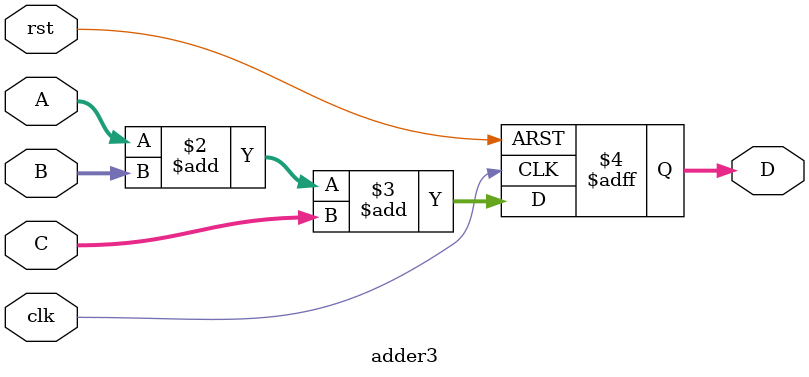
<source format=v>
`timescale 1ns / 1ps

module adder3 #
(
    parameter N = 16
)
(
    input                   clk,
    input                   rst,
    input       [N-1:0]     A,
    input       [N-1:0]     B,
    input       [N-1:0]     C,
    output reg  [N-1:0]     D
);

    always @ (posedge clk or posedge rst) begin
        if(rst) begin
            D = 0;
        end
        else begin
            D = A + B + C;
        end
    end

endmodule

</source>
